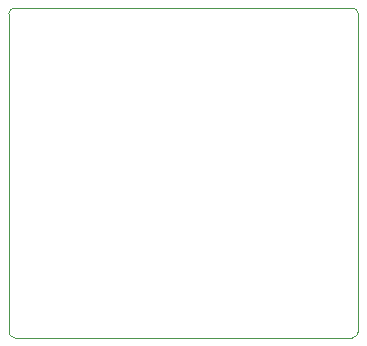
<source format=gm1>
G04 #@! TF.FileFunction,Profile,NP*
%FSLAX46Y46*%
G04 Gerber Fmt 4.6, Leading zero omitted, Abs format (unit mm)*
G04 Created by KiCad (PCBNEW 4.0.1-stable) date 08.03.2016 20:40:15*
%MOMM*%
G01*
G04 APERTURE LIST*
%ADD10C,0.100000*%
%ADD11C,0.010000*%
G04 APERTURE END LIST*
D10*
D11*
X158980000Y-110730000D02*
X187570000Y-110730000D01*
X188070000Y-83320000D02*
X188070000Y-110230000D01*
X158980000Y-82820000D02*
X187570000Y-82820000D01*
X158480000Y-110230000D02*
G75*
G03X158980000Y-110730000I500000J0D01*
G01*
X158980000Y-82820000D02*
G75*
G03X158480000Y-83320000I0J-500000D01*
G01*
X188070000Y-83320000D02*
G75*
G03X187570000Y-82820000I-500000J0D01*
G01*
X187570000Y-110730000D02*
G75*
G03X188070000Y-110230000I0J500000D01*
G01*
X158480000Y-83320000D02*
X158480000Y-110230000D01*
M02*

</source>
